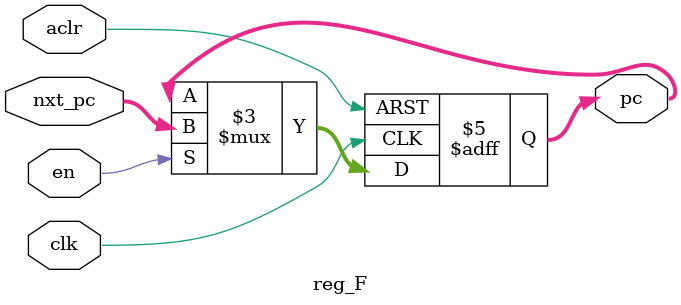
<source format=v>
module reg_F (
	input clk, aclr,
	input en,           // stall
	input [12:0] nxt_pc,
	output reg [12:0] pc 
);

	always @ (posedge clk, negedge aclr) begin
		if (!aclr) pc <= 0;
		else if (en) pc <= nxt_pc;
	end

endmodule


</source>
